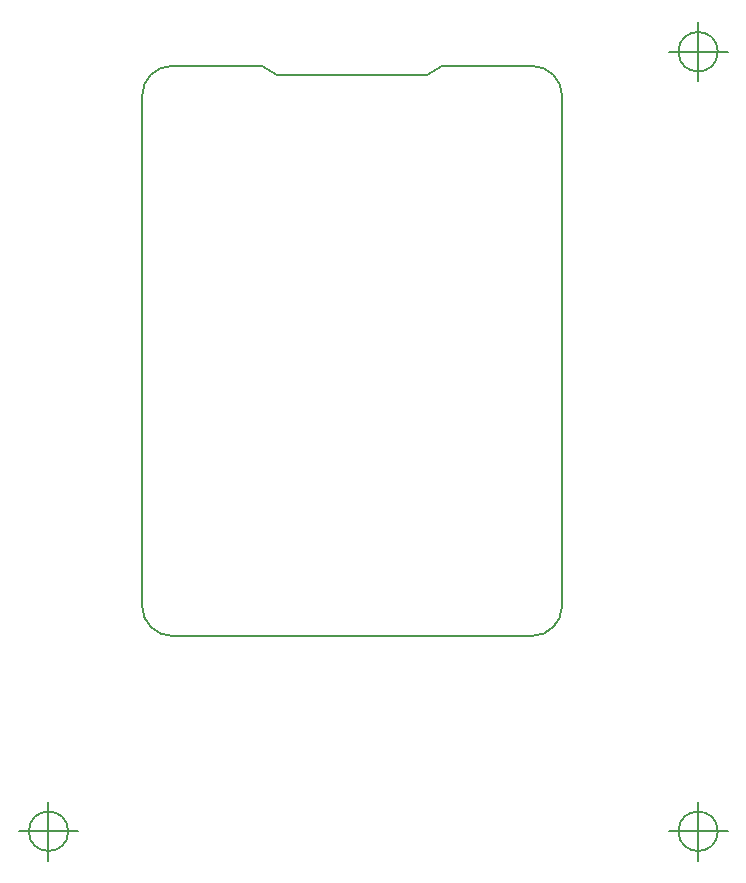
<source format=gm1>
G04 #@! TF.FileFunction,Profile,NP*
%FSLAX46Y46*%
G04 Gerber Fmt 4.6, Leading zero omitted, Abs format (unit mm)*
G04 Created by KiCad (PCBNEW 4.0.7) date Sun May 27 13:06:25 2018*
%MOMM*%
%LPD*%
G01*
G04 APERTURE LIST*
%ADD10C,0.100000*%
%ADD11C,0.200000*%
G04 APERTURE END LIST*
D10*
D11*
X154940000Y-76200000D02*
X147320000Y-76200000D01*
X146050000Y-76962000D02*
X133350000Y-76962000D01*
X147320000Y-76200000D02*
X146050000Y-76962000D01*
X132080000Y-76200000D02*
X133350000Y-76962000D01*
X154940000Y-124460000D02*
G75*
G03X157480000Y-121920000I0J2540000D01*
G01*
X121920000Y-121920000D02*
G75*
G03X124460000Y-124460000I2540000J0D01*
G01*
X157480000Y-78740000D02*
G75*
G03X154940000Y-76200000I-2540000J0D01*
G01*
X124460000Y-76200000D02*
G75*
G03X121920000Y-78740000I0J-2540000D01*
G01*
X170666666Y-75000000D02*
G75*
G03X170666666Y-75000000I-1666666J0D01*
G01*
X166500000Y-75000000D02*
X171500000Y-75000000D01*
X169000000Y-72500000D02*
X169000000Y-77500000D01*
X170666666Y-141000000D02*
G75*
G03X170666666Y-141000000I-1666666J0D01*
G01*
X166500000Y-141000000D02*
X171500000Y-141000000D01*
X169000000Y-138500000D02*
X169000000Y-143500000D01*
X115666666Y-141000000D02*
G75*
G03X115666666Y-141000000I-1666666J0D01*
G01*
X111500000Y-141000000D02*
X116500000Y-141000000D01*
X114000000Y-138500000D02*
X114000000Y-143500000D01*
X157480000Y-78740000D02*
X157480000Y-121920000D01*
X124460000Y-76200000D02*
X132080000Y-76200000D01*
X121920000Y-121920000D02*
X121920000Y-78740000D01*
X154940000Y-124460000D02*
X124460000Y-124460000D01*
M02*

</source>
